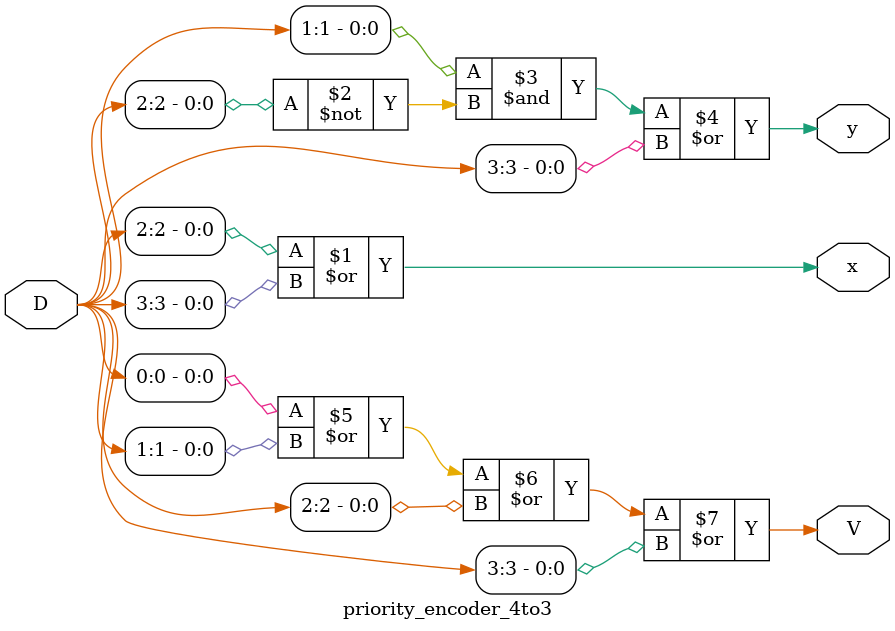
<source format=v>
`timescale 1ns / 1ps


module priority_encoder_4to3(D, x, y, V);

input [3:0] D;

output x, y, V;

wire x, y, V;

assign x = D[2]|D[3];
assign y = D[1]&(~D[2])|D[3];
assign V = D[0]|D[1]|D[2]|D[3];

endmodule


</source>
